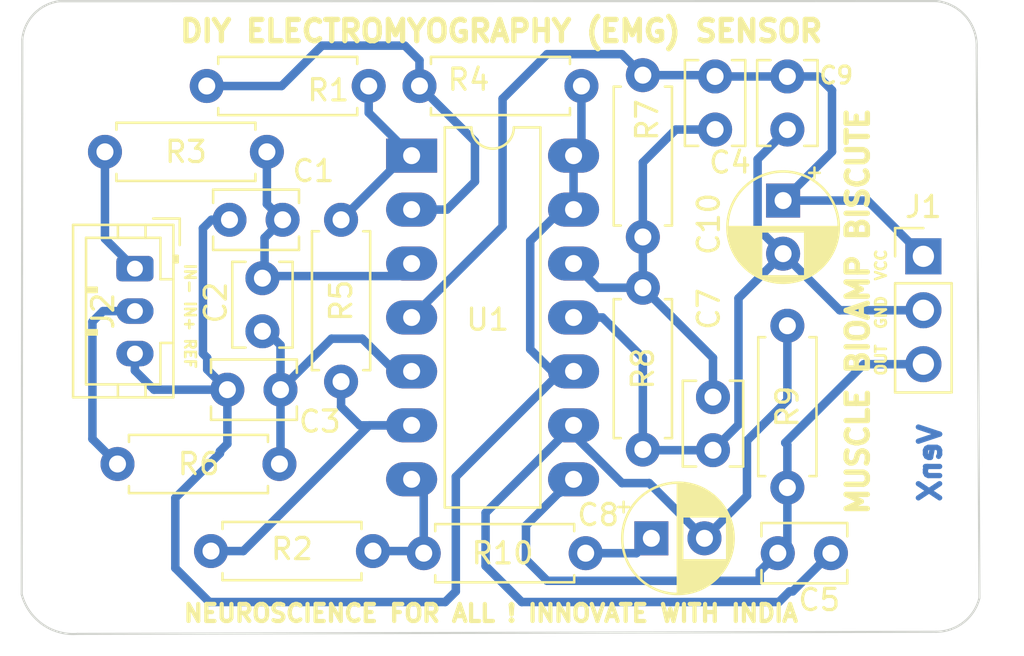
<source format=kicad_pcb>
(kicad_pcb (version 20221018) (generator pcbnew)
  (layers (0 "F.Cu" signal) (31 "B.Cu" signal) (34 "B.Paste" user) (35 "F.Paste" user) (36 "B.SilkS" user "B.Silkscreen") (37 "F.SilkS" user "F.Silkscreen") (38 "B.Mask" user) (39 "F.Mask" user) (44 "Edge.Cuts" user))
  (net 0 "")
  (net 1 "inaIN-")
  (net 2 "ampRef")
  (net 3 "inaIN+")
  (net 4 "Net-(U1D-+)")
  (net 5 "+5V")
  (net 6 "Net-(U1C--)")
  (net 7 "bpfOUT")
  (net 8 "GND")
  (net 9 "Net-(C8-Pad1)")
  (net 10 "bioIN-")
  (net 11 "bioIN+")
  (net 12 "Net-(R1-Pad1)")
  (net 13 "Net-(U1A--)")
  (net 14 "inaOUT")
  (net 15 "Net-(U1B--)")
  (footprint "Capacitor_THT:C_Disc_D3.8mm_W2.6mm_P2.50mm" (layer "F.Cu") (at 101.5 80.05 90)
    (fp_text reference "C9" (at 2.55 2.3 180) (layer "F.SilkS") (effects (font (size 0.8 0.8))))
    (fp_text value "100nF")
    (pad "1" thru_hole circle (at 0 0 90) (size 1.6 1.6) (drill 0.8) (layers "*.Cu" "*.Mask") (net 8 "GND"))
    (pad "2" thru_hole circle (at 2.5 0 90) (size 1.6 1.6) (drill 0.8) (layers "*.Cu" "*.Mask") (net 5 "+5V"))
  )
  (footprint "Capacitor_THT:C_Disc_D3.8mm_W2.6mm_P2.50mm" (layer "F.Cu") (at 103.55 100 180)
    (fp_text reference "C5" (at 0.55 -2.2) (layer "F.SilkS"))
    (fp_text value "1nF")
    (pad "1" thru_hole circle (at 0 0 180) (size 1.6 1.6) (drill 0.8) (layers "*.Cu" "*.Mask") (net 6 "Net-(U1C--)"))
    (pad "2" thru_hole circle (at 2.5 0 180) (size 1.6 1.6) (drill 0.8) (layers "*.Cu" "*.Mask") (net 7 "bpfOUT"))
  )
  (footprint "MountingHole:MountingHole_2.2mm_M2" (layer "F.Cu") (at 70 76.7)
    (fp_text reference "" (at 0 0.1) (layer "F.SilkS"))
    (fp_text value "MountingHole")
    (pad "" np_thru_hole circle (at 0 0) (size 2.2 2.2) (drill 2.2) (layers "*.Cu" "*.Mask"))
  )
  (footprint "Capacitor_THT:C_Disc_D3.8mm_W2.6mm_P2.50mm" (layer "F.Cu") (at 75.15 92.3)
    (fp_text reference "C3" (at 4.35 1.5) (layer "F.SilkS"))
    (fp_text value "1nF")
    (pad "1" thru_hole circle (at 0 0) (size 1.6 1.6) (drill 0.8) (layers "*.Cu" "*.Mask") (net 2 "ampRef"))
    (pad "2" thru_hole circle (at 2.5 0) (size 1.6 1.6) (drill 0.8) (layers "*.Cu" "*.Mask") (net 3 "inaIN+"))
  )
  (footprint "Resistor_THT:R_Axial_DIN0207_L6.3mm_D2.5mm_P7.62mm_Horizontal" (layer "F.Cu") (at 80.5 91.92 90)
    (fp_text reference "R5" (at 3.81 0 90) (layer "F.SilkS"))
    (fp_text value "10k")
    (pad "1" thru_hole circle (at 0 0 90) (size 1.6 1.6) (drill 0.8) (layers "*.Cu" "*.Mask") (net 15 "Net-(U1B--)"))
    (pad "2" thru_hole oval (at 7.62 0 90) (size 1.6 1.6) (drill 0.8) (layers "*.Cu" "*.Mask") (net 12 "Net-(R1-Pad1)"))
  )
  (footprint "Capacitor_THT:CP_Radial_D5.0mm_P2.50mm" (layer "F.Cu") (at 101.3 83.394888 -90)
    (fp_text reference "C10" (at 1.105112 3.5 90) (layer "F.SilkS"))
    (fp_text value "470uF")
    (pad "1" thru_hole rect (at 0 0 270) (size 1.6 1.6) (drill 0.8) (layers "*.Cu" "*.Mask") (net 5 "+5V"))
    (pad "2" thru_hole circle (at 2.5 0 270) (size 1.6 1.6) (drill 0.8) (layers "*.Cu" "*.Mask") (net 8 "GND"))
  )
  (footprint "Resistor_THT:R_Axial_DIN0207_L6.3mm_D2.5mm_P7.62mm_Horizontal" (layer "F.Cu") (at 77.6 95.8 180)
    (fp_text reference "R6" (at 3.8 0) (layer "F.SilkS"))
    (fp_text value "330R")
    (pad "1" thru_hole circle (at 0 0 180) (size 1.6 1.6) (drill 0.8) (layers "*.Cu" "*.Mask") (net 3 "inaIN+"))
    (pad "2" thru_hole oval (at 7.62 0 180) (size 1.6 1.6) (drill 0.8) (layers "*.Cu" "*.Mask") (net 11 "bioIN+"))
  )
  (footprint "Resistor_THT:R_Axial_DIN0207_L6.3mm_D2.5mm_P7.62mm_Horizontal" (layer "F.Cu") (at 92.01 100 180)
    (fp_text reference "R10" (at 3.91 0) (layer "F.SilkS"))
    (fp_text value "1k")
    (pad "1" thru_hole circle (at 0 0 180) (size 1.6 1.6) (drill 0.8) (layers "*.Cu" "*.Mask") (net 9 "Net-(C8-Pad1)"))
    (pad "2" thru_hole oval (at 7.62 0 180) (size 1.6 1.6) (drill 0.8) (layers "*.Cu" "*.Mask") (net 14 "inaOUT"))
  )
  (footprint "Connector_PinHeader_2.54mm:PinHeader_1x03_P2.54mm_Vertical" (layer "F.Cu") (at 107.9 86.02)
    (fp_text reference "J1" (at 0 -2.33) (layer "F.SilkS"))
    (fp_text value "IO")
    (pad "1" thru_hole rect (at 0 0) (size 1.7 1.7) (drill 1) (layers "*.Cu" "*.Mask") (net 5 "+5V"))
    (pad "2" thru_hole oval (at 0 2.54) (size 1.7 1.7) (drill 1) (layers "*.Cu" "*.Mask") (net 8 "GND"))
    (pad "3" thru_hole oval (at 0 5.08) (size 1.7 1.7) (drill 1) (layers "*.Cu" "*.Mask") (net 7 "bpfOUT"))
  )
  (footprint "Resistor_THT:R_Axial_DIN0207_L6.3mm_D2.5mm_P7.62mm_Horizontal" (layer "F.Cu") (at 77.01 81.1 180)
    (fp_text reference "R3" (at 3.81 0) (layer "F.SilkS"))
    (fp_text value "330R")
    (pad "1" thru_hole circle (at 0 0 180) (size 1.6 1.6) (drill 0.8) (layers "*.Cu" "*.Mask") (net 1 "inaIN-"))
    (pad "2" thru_hole oval (at 7.62 0 180) (size 1.6 1.6) (drill 0.8) (layers "*.Cu" "*.Mask") (net 10 "bioIN-"))
  )
  (footprint "Resistor_THT:R_Axial_DIN0207_L6.3mm_D2.5mm_P7.62mm_Horizontal" (layer "F.Cu") (at 82 99.9 180)
    (fp_text reference "R2" (at 3.81 0.1) (layer "F.SilkS"))
    (fp_text value "100k")
    (pad "1" thru_hole circle (at 0 0 180) (size 1.6 1.6) (drill 0.8) (layers "*.Cu" "*.Mask") (net 14 "inaOUT"))
    (pad "2" thru_hole oval (at 7.62 0 180) (size 1.6 1.6) (drill 0.8) (layers "*.Cu" "*.Mask") (net 15 "Net-(U1B--)"))
  )
  (footprint "Capacitor_THT:C_Disc_D3.8mm_W2.6mm_P2.50mm" (layer "F.Cu") (at 77.75 84.3 180)
    (fp_text reference "C1" (at -1.45 2.3) (layer "F.SilkS"))
    (fp_text value "1nF")
    (pad "1" thru_hole circle (at 0 0 180) (size 1.6 1.6) (drill 0.8) (layers "*.Cu" "*.Mask") (net 1 "inaIN-"))
    (pad "2" thru_hole circle (at 2.5 0 180) (size 1.6 1.6) (drill 0.8) (layers "*.Cu" "*.Mask") (net 2 "ampRef"))
  )
  (footprint "Resistor_THT:R_Axial_DIN0207_L6.3mm_D2.5mm_P7.62mm_Horizontal" (layer "F.Cu") (at 81.8 78 180)
    (fp_text reference "R1" (at 1.9 -0.2) (layer "F.SilkS"))
    (fp_text value "10k")
    (pad "1" thru_hole circle (at 0 0 180) (size 1.6 1.6) (drill 0.8) (layers "*.Cu" "*.Mask") (net 12 "Net-(R1-Pad1)"))
    (pad "2" thru_hole oval (at 7.62 0 180) (size 1.6 1.6) (drill 0.8) (layers "*.Cu" "*.Mask") (net 13 "Net-(U1A--)"))
  )
  (footprint "Resistor_THT:R_Axial_DIN0207_L6.3mm_D2.5mm_P7.62mm_Horizontal" (layer "F.Cu") (at 94.7 95.12 90)
    (fp_text reference "R8" (at 3.81 0 90) (layer "F.SilkS"))
    (fp_text value "1M")
    (pad "1" thru_hole circle (at 0 0 90) (size 1.6 1.6) (drill 0.8) (layers "*.Cu" "*.Mask") (net 8 "GND"))
    (pad "2" thru_hole oval (at 7.62 0 90) (size 1.6 1.6) (drill 0.8) (layers "*.Cu" "*.Mask") (net 4 "Net-(U1D-+)"))
  )
  (footprint "Resistor_THT:R_Axial_DIN0207_L6.3mm_D2.5mm_P7.62mm_Horizontal" (layer "F.Cu") (at 101.5 96.91 90)
    (fp_text reference "R9" (at 3.81 0 90) (layer "F.SilkS"))
    (fp_text value "220k")
    (pad "1" thru_hole circle (at 0 0 90) (size 1.6 1.6) (drill 0.8) (layers "*.Cu" "*.Mask") (net 7 "bpfOUT"))
    (pad "2" thru_hole oval (at 7.62 0 90) (size 1.6 1.6) (drill 0.8) (layers "*.Cu" "*.Mask") (net 6 "Net-(U1C--)"))
  )
  (footprint "Package_DIP:DIP-14_W7.62mm_LongPads" (layer "F.Cu") (at 83.82 81.28)
    (fp_text reference "U1" (at 3.58 7.72) (layer "F.SilkS"))
    (fp_text value "Amp")
    (pad "1" thru_hole rect (at 0 0) (size 2.4 1.6) (drill 0.8) (layers "*.Cu" "*.Mask") (net 12 "Net-(R1-Pad1)"))
    (pad "2" thru_hole oval (at 0 2.54) (size 2.4 1.6) (drill 0.8) (layers "*.Cu" "*.Mask") (net 13 "Net-(U1A--)"))
    (pad "3" thru_hole oval (at 0 5.08) (size 2.4 1.6) (drill 0.8) (layers "*.Cu" "*.Mask") (net 1 "inaIN-"))
    (pad "4" thru_hole oval (at 0 7.62) (size 2.4 1.6) (drill 0.8) (layers "*.Cu" "*.Mask") (net 5 "+5V"))
    (pad "5" thru_hole oval (at 0 10.16) (size 2.4 1.6) (drill 0.8) (layers "*.Cu" "*.Mask") (net 3 "inaIN+"))
    (pad "6" thru_hole oval (at 0 12.7) (size 2.4 1.6) (drill 0.8) (layers "*.Cu" "*.Mask") (net 15 "Net-(U1B--)"))
    (pad "7" thru_hole oval (at 0 15.24) (size 2.4 1.6) (drill 0.8) (layers "*.Cu" "*.Mask") (net 14 "inaOUT"))
    (pad "8" thru_hole oval (at 7.62 15.24) (size 2.4 1.6) (drill 0.8) (layers "*.Cu" "*.Mask") (net 7 "bpfOUT"))
    (pad "9" thru_hole oval (at 7.62 12.7) (size 2.4 1.6) (drill 0.8) (layers "*.Cu" "*.Mask") (net 6 "Net-(U1C--)"))
    (pad "10" thru_hole oval (at 7.62 10.16) (size 2.4 1.6) (drill 0.8) (layers "*.Cu" "*.Mask") (net 2 "ampRef"))
    (pad "11" thru_hole oval (at 7.62 7.62) (size 2.4 1.6) (drill 0.8) (layers "*.Cu" "*.Mask") (net 8 "GND"))
    (pad "12" thru_hole oval (at 7.62 5.08) (size 2.4 1.6) (drill 0.8) (layers "*.Cu" "*.Mask") (net 4 "Net-(U1D-+)"))
    (pad "13" thru_hole oval (at 7.62 2.54) (size 2.4 1.6) (drill 0.8) (layers "*.Cu" "*.Mask") (net 2 "ampRef"))
    (pad "14" thru_hole oval (at 7.62 0) (size 2.4 1.6) (drill 0.8) (layers "*.Cu" "*.Mask") (net 2 "ampRef"))
  )
  (footprint "Capacitor_THT:C_Disc_D3.8mm_W2.6mm_P2.50mm" (layer "F.Cu") (at 76.8 89.55 90)
    (fp_text reference "C2" (at 1.35 -2.2 90) (layer "F.SilkS"))
    (fp_text value "4.7nF")
    (pad "1" thru_hole circle (at 0 0 90) (size 1.6 1.6) (drill 0.8) (layers "*.Cu" "*.Mask") (net 3 "inaIN+"))
    (pad "2" thru_hole circle (at 2.5 0 90) (size 1.6 1.6) (drill 0.8) (layers "*.Cu" "*.Mask") (net 1 "inaIN-"))
  )
  (footprint "MountingHole:MountingHole_2.2mm_M2" (layer "F.Cu") (at 107.2 77.1)
    (fp_text reference "" (at 0.1 0.1) (layer "F.SilkS"))
    (fp_text value "MountingHole")
    (pad "" np_thru_hole circle (at 0 0) (size 2.2 2.2) (drill 2.2) (layers "*.Cu" "*.Mask"))
  )
  (footprint "Connector_JST:JST_PH_B3B-PH-K_1x03_P2.00mm_Vertical" (layer "F.Cu") (at 70.8 86.6 -90)
    (fp_text reference "J2" (at 2 1.5 90) (layer "F.SilkS"))
    (fp_text value "BioAmp_input")
    (pad "1" thru_hole roundrect (at 0 0 270) (size 1.2 1.75) (drill 0.75) (layers "*.Cu" "*.Mask") (roundrect_rratio 0.208333) (net 10 "bioIN-"))
    (pad "2" thru_hole oval (at 2 0 270) (size 1.2 1.75) (drill 0.75) (layers "*.Cu" "*.Mask") (net 11 "bioIN+"))
    (pad "3" thru_hole oval (at 4 0 270) (size 1.2 1.75) (drill 0.75) (layers "*.Cu" "*.Mask") (net 2 "ampRef"))
  )
  (footprint "Capacitor_THT:C_Disc_D3.8mm_W2.6mm_P2.50mm" (layer "F.Cu") (at 98 95.15 90)
    (fp_text reference "C7" (at 6.65 -0.2 90) (layer "F.SilkS"))
    (fp_text value "100nF")
    (pad "1" thru_hole circle (at 0 0 90) (size 1.6 1.6) (drill 0.8) (layers "*.Cu" "*.Mask") (net 8 "GND"))
    (pad "2" thru_hole circle (at 2.5 0 90) (size 1.6 1.6) (drill 0.8) (layers "*.Cu" "*.Mask") (net 4 "Net-(U1D-+)"))
  )
  (footprint "Resistor_THT:R_Axial_DIN0207_L6.3mm_D2.5mm_P7.62mm_Horizontal" (layer "F.Cu") (at 94.7 85.11 90)
    (fp_text reference "R7" (at 5.51 0.2 90) (layer "F.SilkS"))
    (fp_text value "1M")
    (pad "1" thru_hole circle (at 0 0 90) (size 1.6 1.6) (drill 0.8) (layers "*.Cu" "*.Mask") (net 4 "Net-(U1D-+)"))
    (pad "2" thru_hole oval (at 7.62 0 90) (size 1.6 1.6) (drill 0.8) (layers "*.Cu" "*.Mask") (net 5 "+5V"))
  )
  (footprint "Capacitor_THT:C_Disc_D3.8mm_W2.6mm_P2.50mm" (layer "F.Cu") (at 98.1 80.05 90)
    (fp_text reference "C4" (at -1.55 0.7 180) (layer "F.SilkS"))
    (fp_text value "100nF")
    (pad "1" thru_hole circle (at 0 0 90) (size 1.6 1.6) (drill 0.8) (layers "*.Cu" "*.Mask") (net 4 "Net-(U1D-+)"))
    (pad "2" thru_hole circle (at 2.5 0 90) (size 1.6 1.6) (drill 0.8) (layers "*.Cu" "*.Mask") (net 5 "+5V"))
  )
  (footprint "Resistor_THT:R_Axial_DIN0207_L6.3mm_D2.5mm_P7.62mm_Horizontal" (layer "F.Cu") (at 84.19 78)
    (fp_text reference "R4" (at 2.31 -0.3) (layer "F.SilkS"))
    (fp_text value "100k")
    (pad "1" thru_hole circle (at 0 0) (size 1.6 1.6) (drill 0.8) (layers "*.Cu" "*.Mask") (net 13 "Net-(U1A--)"))
    (pad "2" thru_hole oval (at 7.62 0) (size 1.6 1.6) (drill 0.8) (layers "*.Cu" "*.Mask") (net 2 "ampRef"))
  )
  (footprint "MountingHole:MountingHole_2.2mm_M2" (layer "F.Cu") (at 107.5 100.4)
    (fp_text reference "" (at 0 0.1) (layer "F.SilkS"))
    (fp_text value "MountingHole")
    (pad "" np_thru_hole circle (at 0 0) (size 2.2 2.2) (drill 2.2) (layers "*.Cu" "*.Mask"))
  )
  (footprint "Capacitor_THT:CP_Radial_D5.0mm_P2.50mm" (layer "F.Cu") (at 95.1 99.3)
    (fp_text reference "C8" (at -2.5 -1.1) (layer "F.SilkS"))
    (fp_text value "2.2uF")
    (pad "1" thru_hole rect (at 0 0) (size 1.6 1.6) (drill 0.8) (layers "*.Cu" "*.Mask") (net 9 "Net-(C8-Pad1)"))
    (pad "2" thru_hole circle (at 2.5 0) (size 1.6 1.6) (drill 0.8) (layers "*.Cu" "*.Mask") (net 6 "Net-(U1C--)"))
  )
  (footprint "MountingHole:MountingHole_2.2mm_M2" (layer "F.Cu") (at 69.6 100.8)
    (fp_text reference "" (at 0.1 0) (layer "F.SilkS"))
    (fp_text value "MountingHole")
    (pad "" np_thru_hole circle (at 0 0) (size 2.2 2.2) (drill 2.2) (layers "*.Cu" "*.Mask"))
  )
  (gr_arc (start 110.537299 102.109325) (mid 109.792365 103.255231) (end 108.5 103.7) (stroke (width 0.1)) (layer "Edge.Cuts"))
  (gr_line (start 65.473228 101.933071) (end 65.5 75.8) (stroke (width 0.1)) (layer "Edge.Cuts"))
  (gr_arc (start 68.1 103.8) (mid 66.447077 103.344264) (end 65.473228 101.933071) (stroke (width 0.1)) (layer "Edge.Cuts"))
  (gr_line (start 67.228426 74.008456) (end 108.5 74) (stroke (width 0.1)) (layer "Edge.Cuts"))
  (gr_arc (start 108.5 74) (mid 109.89258 74.716638) (end 110.407326 76.195788) (stroke (width 0.1)) (layer "Edge.Cuts"))
  (gr_line (start 68.1 103.8) (end 108.5 103.7) (stroke (width 0.1)) (layer "Edge.Cuts"))
  (gr_arc (start 65.5 75.8) (mid 66.05348 74.604443) (end 67.228426 74.008456) (stroke (width 0.1)) (layer "Edge.Cuts"))
  (gr_line (start 110.407326 76.195788) (end 110.537299 102.109325) (stroke (width 0.1)) (layer "Edge.Cuts"))
  (gr_text "VenX" (at 108.8 93.8 90) (layer "B.Cu") (effects (font (size 1 1) (thickness 0.25) bold) (justify left bottom mirror)))
  (gr_text "OUT  GND  VCC" (at 106.2 91.7 90) (layer "F.SilkS") (effects (font (size 0.5 0.5) (thickness 0.125) bold) (justify left bottom)))
  (gr_text "MUSCLE BIOAMP BISCUTE" (at 105.4 98.3 90) (layer "F.SilkS") (effects (font (size 1 1) (thickness 0.25) bold) (justify left bottom)))
  (gr_text "IN- IN+ REF" (at 73.1 86.3 -90) (layer "F.SilkS") (effects (font (size 0.5 0.5) (thickness 0.125) bold) (justify left bottom)))
  (gr_text "NEUROSCIENCE FOR ALL ! INNOVATE WITH INDIA" (at 73 103.3) (layer "F.SilkS") (effects (font (size 0.8 0.8) (thickness 0.2) bold) (justify left bottom)))
  (gr_text "DIY ELECTROMYOGRAPHY (EMG) SENSOR " (at 72.8 76) (layer "F.SilkS") (effects (font (size 1 1) (thickness 0.25) bold) (justify left bottom)))
  (segment (start 77.01 81.1) (end 77.01 83.56) (width 0.4) (layer "B.Cu") (net 1))
  (segment (start 76.9 86.95) (end 76.9 85.15) (width 0.4) (layer "B.Cu") (net 1))
  (segment (start 76.9 86.95) (end 83.23 86.95) (width 0.4) (layer "B.Cu") (net 1))
  (segment (start 76.9 85.15) (end 77.75 84.3) (width 0.4) (layer "B.Cu") (net 1))
  (segment (start 83.23 86.95) (end 83.82 86.36) (width 0.4) (layer "B.Cu") (net 1))
  (segment (start 77.01 83.56) (end 77.75 84.3) (width 0.4) (layer "B.Cu") (net 1))
  (segment (start 74 90.6) (end 74.2 90.8) (width 0.4) (layer "B.Cu") (net 2))
  (segment (start 74.3 102.3) (end 72.7 100.7) (width 0.4) (layer "B.Cu") (net 2))
  (segment (start 89.4 90.4) (end 90.44 91.44) (width 0.4) (layer "B.Cu") (net 2))
  (segment (start 75.15 94.85) (end 75.15 92.3) (width 0.4) (layer "B.Cu") (net 2))
  (segment (start 74.2 90.8) (end 74.2 91.35) (width 0.4) (layer "B.Cu") (net 2))
  (segment (start 91.44 81.28) (end 91.44 83.82) (width 0.4) (layer "B.Cu") (net 2))
  (segment (start 74.4 84.3) (end 74 84.7) (width 0.4) (layer "B.Cu") (net 2))
  (segment (start 74.8 95.3) (end 74.8 95.2) (width 0.4) (layer "B.Cu") (net 2))
  (segment (start 70.8 91.4) (end 71.7 92.3) (width 0.4) (layer "B.Cu") (net 2))
  (segment (start 72.7 100.7) (end 72.7 97.4) (width 0.4) (layer "B.Cu") (net 2))
  (segment (start 91.44 91.44) (end 90.86 91.44) (width 0.4) (layer "B.Cu") (net 2))
  (segment (start 85.9 101.8) (end 85.4 102.3) (width 0.4) (layer "B.Cu") (net 2))
  (segment (start 85.9 96.4) (end 85.9 101.8) (width 0.4) (layer "B.Cu") (net 2))
  (segment (start 91.81 80.91) (end 91.44 81.28) (width 0.4) (layer "B.Cu") (net 2))
  (segment (start 90.44 91.44) (end 91.44 91.44) (width 0.4) (layer "B.Cu") (net 2))
  (segment (start 74.8 95.2) (end 75.15 94.85) (width 0.4) (layer "B.Cu") (net 2))
  (segment (start 74.2 91.35) (end 75.15 92.3) (width 0.4) (layer "B.Cu") (net 2))
  (segment (start 89.4 85.3) (end 89.4 90.4) (width 0.4) (layer "B.Cu") (net 2))
  (segment (start 72.7 97.4) (end 74.8 95.3) (width 0.4) (layer "B.Cu") (net 2))
  (segment (start 85.4 102.3) (end 74.3 102.3) (width 0.4) (layer "B.Cu") (net 2))
  (segment (start 91.44 83.82) (end 90.88 83.82) (width 0.4) (layer "B.Cu") (net 2))
  (segment (start 90.86 91.44) (end 85.9 96.4) (width 0.4) (layer "B.Cu") (net 2))
  (segment (start 90.88 83.82) (end 89.4 85.3) (width 0.4) (layer "B.Cu") (net 2))
  (segment (start 71.7 92.3) (end 75.15 92.3) (width 0.4) (layer "B.Cu") (net 2))
  (segment (start 70.8 90.6) (end 70.8 91.4) (width 0.4) (layer "B.Cu") (net 2))
  (segment (start 74 84.7) (end 74 90.6) (width 0.4) (layer "B.Cu") (net 2))
  (segment (start 91.81 78) (end 91.81 80.91) (width 0.4) (layer "B.Cu") (net 2))
  (segment (start 75.25 84.3) (end 74.4 84.3) (width 0.4) (layer "B.Cu") (net 2))
  (segment (start 77.65 90.2) (end 76.9 89.45) (width 0.4) (layer "B.Cu") (net 3))
  (segment (start 80.05 89.9) (end 81.5 89.9) (width 0.4) (layer "B.Cu") (net 3))
  (segment (start 81.5 89.9) (end 83.04 91.44) (width 0.4) (layer "B.Cu") (net 3))
  (segment (start 77.65 92.3) (end 80.05 89.9) (width 0.4) (layer "B.Cu") (net 3))
  (segment (start 77.65 95.75) (end 77.6 95.8) (width 0.4) (layer "B.Cu") (net 3))
  (segment (start 77.65 92.3) (end 77.65 95.75) (width 0.4) (layer "B.Cu") (net 3))
  (segment (start 77.65 92.3) (end 77.65 90.2) (width 0.4) (layer "B.Cu") (net 3))
  (segment (start 83.04 91.44) (end 83.82 91.44) (width 0.4) (layer "B.Cu") (net 3))
  (segment (start 92.58 87.5) (end 91.44 86.36) (width 0.4) (layer "B.Cu") (net 4))
  (segment (start 94.7 85.11) (end 94.7 87.5) (width 0.4) (layer "B.Cu") (net 4))
  (segment (start 98 90.8) (end 94.7 87.5) (width 0.4) (layer "B.Cu") (net 4))
  (segment (start 94.7 85.11) (end 94.7 81.6) (width 0.4) (layer "B.Cu") (net 4))
  (segment (start 96.25 80.05) (end 98.1 80.05) (width 0.4) (layer "B.Cu") (net 4))
  (segment (start 94.7 81.6) (end 96.25 80.05) (width 0.4) (layer "B.Cu") (net 4))
  (segment (start 98 92.65) (end 98 90.8) (width 0.4) (layer "B.Cu") (net 4))
  (segment (start 94.7 87.5) (end 92.58 87.5) (width 0.4) (layer "B.Cu") (net 4))
  (segment (start 90.2 76.5) (end 93.71 76.5) (width 0.4) (layer "B.Cu") (net 5))
  (segment (start 101.3 83.394888) (end 105.274888 83.394888) (width 0.4) (layer "B.Cu") (net 5))
  (segment (start 98.1 77.55) (end 101.5 77.55) (width 0.4) (layer "B.Cu") (net 5))
  (segment (start 101.5 77.55) (end 102.95 77.55) (width 0.4) (layer "B.Cu") (net 5))
  (segment (start 93.71 76.5) (end 94.7 77.49) (width 0.4) (layer "B.Cu") (net 5))
  (segment (start 103.6 78.2) (end 103.6 81.094888) (width 0.4) (layer "B.Cu") (net 5))
  (segment (start 88.1 78.6) (end 90.2 76.5) (width 0.4) (layer "B.Cu") (net 5))
  (segment (start 98.04 77.49) (end 98.1 77.55) (width 0.4) (layer "B.Cu") (net 5))
  (segment (start 103.6 81.094888) (end 101.3 83.394888) (width 0.4) (layer "B.Cu") (net 5))
  (segment (start 102.95 77.55) (end 103.6 78.2) (width 0.4) (layer "B.Cu") (net 5))
  (segment (start 88.1 84.62) (end 88.1 78.6) (width 0.4) (layer "B.Cu") (net 5))
  (segment (start 83.82 88.9) (end 88.1 84.62) (width 0.4) (layer "B.Cu") (net 5))
  (segment (start 105.274888 83.394888) (end 107.9 86.02) (width 0.4) (layer "B.Cu") (net 5))
  (segment (start 94.7 77.49) (end 98.04 77.49) (width 0.4) (layer "B.Cu") (net 5))
  (segment (start 93.717056 96.7) (end 95 96.7) (width 0.4) (layer "B.Cu") (net 6))
  (segment (start 91.44 93.98) (end 91.44 94.422944) (width 0.4) (layer "B.Cu") (net 6))
  (segment (start 95 96.7) (end 97.6 99.3) (width 0.4) (layer "B.Cu") (net 6))
  (segment (start 101.5 92.8) (end 99.6 94.7) (width 0.4) (layer "B.Cu") (net 6))
  (segment (start 101.75 101.8) (end 101.6 101.8) (width 0.4) (layer "B.Cu") (net 6))
  (segment (start 87.3 98.1) (end 91.42 93.98) (width 0.4) (layer "B.Cu") (net 6))
  (segment (start 91.44 94.422944) (end 93.717056 96.7) (width 0.4) (layer "B.Cu") (net 6))
  (segment (start 89 102.3) (end 87.3 100.6) (width 0.4) (layer "B.Cu") (net 6))
  (segment (start 99.6 97.3) (end 97.6 99.3) (width 0.4) (layer "B.Cu") (net 6))
  (segment (start 91.42 93.98) (end 91.44 93.98) (width 0.4) (layer "B.Cu") (net 6))
  (segment (start 99.6 94.7) (end 99.6 97.3) (width 0.4) (layer "B.Cu") (net 6))
  (segment (start 101.1 102.3) (end 89 102.3) (width 0.4) (layer "B.Cu") (net 6))
  (segment (start 103.55 100) (end 101.75 101.8) (width 0.4) (layer "B.Cu") (net 6))
  (segment (start 101.6 101.8) (end 101.1 102.3) (width 0.4) (layer "B.Cu") (net 6))
  (segment (start 101.5 89.29) (end 101.5 92.8) (width 0.4) (layer "B.Cu") (net 6))
  (segment (start 87.3 100.6) (end 87.3 98.1) (width 0.4) (layer "B.Cu") (net 6))
  (segment (start 91.44 96.52) (end 90.81 97.15) (width 0.4) (layer "B.Cu") (net 7))
  (segment (start 101.5 96.91) (end 101.5 99.55) (width 0.4) (layer "B.Cu") (net 7))
  (segment (start 100.2 100.85) (end 101.05 100) (width 0.4) (layer "B.Cu") (net 7))
  (segment (start 100.2 101.3) (end 100.2 100.85) (width 0.4) (layer "B.Cu") (net 7))
  (segment (start 101.4 94.8) (end 105.1 91.1) (width 0.4) (layer "B.Cu") (net 7))
  (segment (start 105.1 91.1) (end 107.9 91.1) (width 0.4) (layer "B.Cu") (net 7))
  (segment (start 101.5 99.55) (end 101.05 100) (width 0.4) (layer "B.Cu") (net 7))
  (segment (start 101.5 96.91) (end 101.5 94.9) (width 0.4) (layer "B.Cu") (net 7))
  (segment (start 101.5 94.9) (end 101.4 94.8) (width 0.4) (layer "B.Cu") (net 7))
  (segment (start 90.2 101.3) (end 100.2 101.3) (width 0.4) (layer "B.Cu") (net 7))
  (segment (start 90.81 97.15) (end 90.75 97.15) (width 0.4) (layer "B.Cu") (net 7))
  (segment (start 89.2 98.7) (end 89.2 100.3) (width 0.4) (layer "B.Cu") (net 7))
  (segment (start 90.75 97.15) (end 89.2 98.7) (width 0.4) (layer "B.Cu") (net 7))
  (segment (start 89.2 100.3) (end 90.2 101.3) (width 0.4) (layer "B.Cu") (net 7))
  (segment (start 101.5 80.05) (end 100.1 81.45) (width 0.4) (layer "B.Cu") (net 8))
  (segment (start 99.2 87.994888) (end 99.2 93.95) (width 0.4) (layer "B.Cu") (net 8))
  (segment (start 92.8 88.9) (end 91.44 88.9) (width 0.4) (layer "B.Cu") (net 8))
  (segment (start 98 95.15) (end 94.73 95.15) (width 0.4) (layer "B.Cu") (net 8))
  (segment (start 94.7 90.8) (end 92.8 88.9) (width 0.4) (layer "B.Cu") (net 8))
  (segment (start 103.965112 88.56) (end 101.3 85.894888) (width 0.4) (layer "B.Cu") (net 8))
  (segment (start 101.3 85.894888) (end 99.2 87.994888) (width 0.4) (layer "B.Cu") (net 8))
  (segment (start 94.73 95.15) (end 94.7 95.12) (width 0.4) (layer "B.Cu") (net 8))
  (segment (start 100.1 81.45) (end 100.1 84.694888) (width 0.4) (layer "B.Cu") (net 8))
  (segment (start 107.9 88.56) (end 103.965112 88.56) (width 0.4) (layer "B.Cu") (net 8))
  (segment (start 100.1 84.694888) (end 101.3 85.894888) (width 0.4) (layer "B.Cu") (net 8))
  (segment (start 99.2 93.95) (end 98 95.15) (width 0.4) (layer "B.Cu") (net 8))
  (segment (start 94.7 95.12) (end 94.7 90.8) (width 0.4) (layer "B.Cu") (net 8))
  (segment (start 92.01 100) (end 94.4 100) (width 0.4) (layer "B.Cu") (net 9))
  (segment (start 94.4 100) (end 95.1 99.3) (width 0.4) (layer "B.Cu") (net 9))
  (segment (start 69.39 81.1) (end 69.39 85.19) (width 0.4) (layer "B.Cu") (net 10))
  (segment (start 69.39 85.19) (end 70.8 86.6) (width 0.4) (layer "B.Cu") (net 10))
  (segment (start 68.8 94.62) (end 69.98 95.8) (width 0.4) (layer "B.Cu") (net 11))
  (segment (start 69.3 88.6) (end 68.8 89.1) (width 0.4) (layer "B.Cu") (net 11))
  (segment (start 70.8 88.6) (end 69.3 88.6) (width 0.4) (layer "B.Cu") (net 11))
  (segment (start 68.8 89.1) (end 68.8 94.62) (width 0.4) (layer "B.Cu") (net 11))
  (segment (start 83.52 81.28) (end 83.82 81.28) (width 0.4) (layer "B.Cu") (net 12))
  (segment (start 81.8 78) (end 81.8 79.26) (width 0.4) (layer "B.Cu") (net 12))
  (segment (start 81.8 79.26) (end 83.82 81.28) (width 0.4) (layer "B.Cu") (net 12))
  (segment (start 80.5 84.3) (end 83.52 81.28) (width 0.4) (layer "B.Cu") (net 12))
  (segment (start 86.8 80.61) (end 86.8 82.5) (width 0.4) (layer "B.Cu") (net 13))
  (segment (start 74.18 78) (end 77.7 78) (width 0.4) (layer "B.Cu") (net 13))
  (segment (start 83.5 76.1) (end 84.19 76.79) (width 0.4) (layer "B.Cu") (net 13))
  (segment (start 77.7 78) (end 79.6 76.1) (width 0.4) (layer "B.Cu") (net 13))
  (segment (start 79.6 76.1) (end 83.5 76.1) (width 0.4) (layer "B.Cu") (net 13))
  (segment (start 85.48 83.82) (end 83.82 83.82) (width 0.4) (layer "B.Cu") (net 13))
  (segment (start 86.8 82.5) (end 85.48 83.82) (width 0.4) (layer "B.Cu") (net 13))
  (segment (start 84.19 76.79) (end 84.19 78) (width 0.4) (layer "B.Cu") (net 13))
  (segment (start 84.19 78) (end 86.8 80.61) (width 0.4) (layer "B.Cu") (net 13))
  (segment (start 84.29 99.9) (end 84.39 100) (width 0.4) (layer "B.Cu") (net 14))
  (segment (start 84.39 100) (end 84.39 97.09) (width 0.4) (layer "B.Cu") (net 14))
  (segment (start 82 99.9) (end 84.29 99.9) (width 0.4) (layer "B.Cu") (net 14))
  (segment (start 84.39 97.09) (end 83.82 96.52) (width 0.4) (layer "B.Cu") (net 14))
  (segment (start 75.9 99.9) (end 74.38 99.9) (width 0.4) (layer "B.Cu") (net 15))
  (segment (start 80.5 93.1) (end 81.38 93.98) (width 0.4) (layer "B.Cu") (net 15))
  (segment (start 80.5 91.92) (end 80.5 93.1) (width 0.4) (layer "B.Cu") (net 15))
  (segment (start 81.82 93.98) (end 75.9 99.9) (width 0.4) (layer "B.Cu") (net 15))
  (segment (start 81.38 93.98) (end 83.82 93.98) (width 0.4) (layer "B.Cu") (net 15))
  (segment (start 83.82 93.98) (end 81.82 93.98) (width 0.4) (layer "B.Cu") (net 15))
)
</source>
